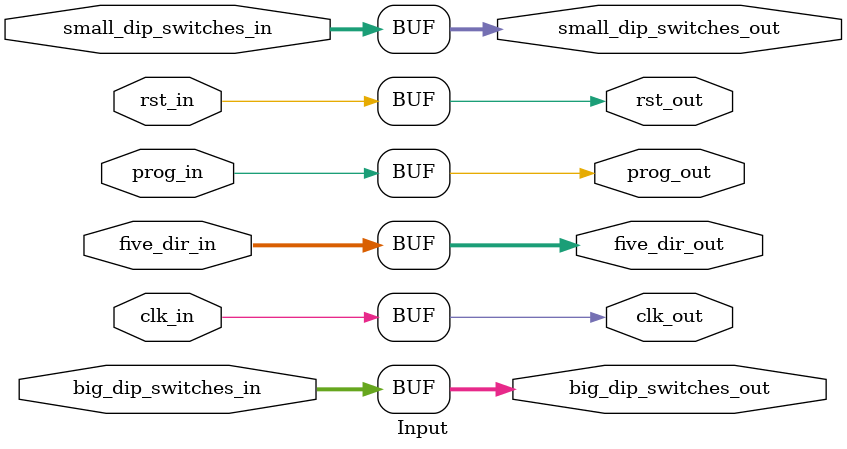
<source format=v>
module Input(
    input clk_in,
    input [7:0] big_dip_switches_in,
    input [7:0] small_dip_switches_in,
    input rst_in,
    input prog_in,
    input [4:0] five_dir_in,
    output clk_out,
    output [7:0] big_dip_switches_out,
    output [7:0] small_dip_switches_out,
    output rst_out,
    output prog_out,
    output [4:0] five_dir_out
);

assign clk_out = clk_in;
assign big_dip_switches_in = big_dip_switches_out;
assign small_dip_switches_in = small_dip_switches_out;
assign rst_in = rst_out;
assign prog_in = prog_out;
assign five_dir_in = five_dir_out;

endmodule

</source>
